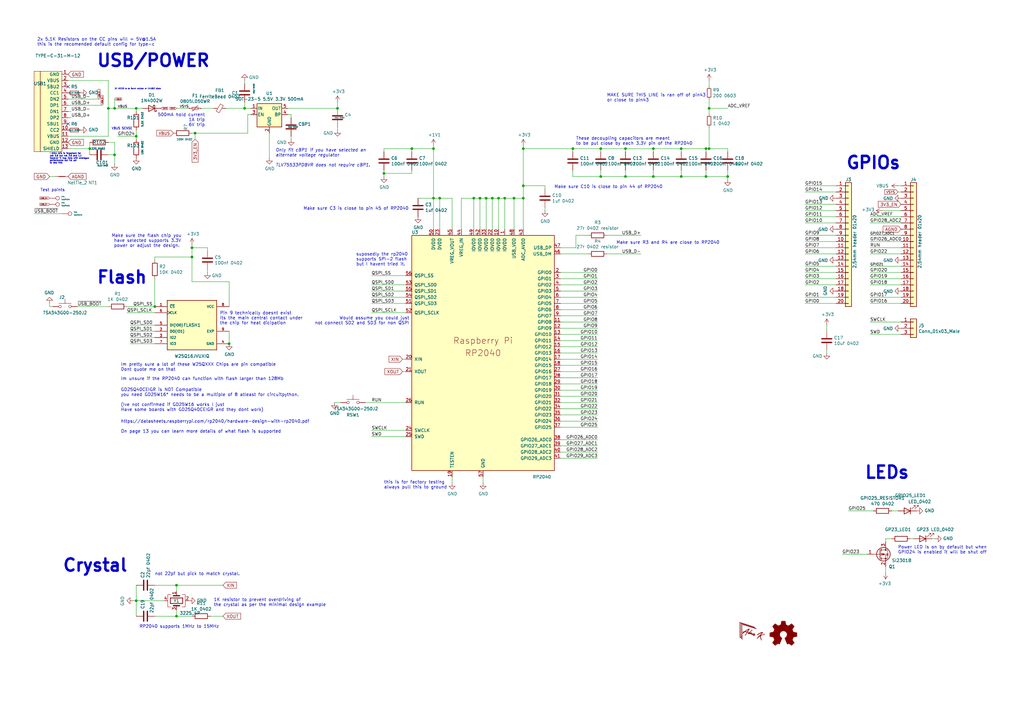
<source format=kicad_sch>
(kicad_sch (version 20211123) (generator eeschema)
  (paper "A3")
  (title_block (title "Raspberry Pi Pico Clone") (date "2020-12-18") (rev "REV1") (company "Envious.Design"))
  (junction (at 256.54 72.39))
  (junction (at 201.93 81.28))
  (junction (at 44.45 44.45))
  (junction (at 267.97 60.96))
  (junction (at 46.99 44.45))
  (junction (at 298.45 72.39))
  (junction (at 210.82 81.28))
  (junction (at 204.47 81.28))
  (junction (at 180.34 81.28))
  (junction (at 72.39 240.03))
  (junction (at 46.99 63.5))
  (junction (at 207.01 81.28))
  (junction (at 256.54 60.96))
  (junction (at 93.98 140.97))
  (junction (at 177.8 60.96))
  (junction (at 194.31 81.28))
  (junction (at 55.88 55.88))
  (junction (at 289.56 72.39))
  (junction (at 177.8 81.28))
  (junction (at 78.74 105.41))
  (junction (at 279.4 72.39))
  (junction (at 196.85 81.28))
  (junction (at 214.63 60.96))
  (junction (at 157.48 71.12))
  (junction (at 246.38 60.96))
  (junction (at 55.88 246.38))
  (junction (at 246.38 72.39))
  (junction (at 267.97 72.39))
  (junction (at 55.88 44.45))
  (junction (at 290.83 60.96))
  (junction (at 290.83 44.45))
  (junction (at 214.63 81.28))
  (junction (at 289.56 60.96))
  (junction (at 214.63 76.2))
  (junction (at 168.91 60.96))
  (junction (at 199.39 81.28))
  (junction (at 138.43 44.45))
  (junction (at 72.39 252.73))
  (junction (at 80.01 54.61))
  (junction (at 36.83 60.96))
  (junction (at 279.4 60.96))
  (junction (at 63.5 125.73))
  (junction (at 78.74 101.6))
  (junction (at 234.95 60.96))
  (junction (at 100.33 44.45))
  (no_connect (at 27.94 50.8))
  (no_connect (at 27.94 35.56))
  (wire (pts (xy 177.8 81.28) (xy 171.45 81.28)))
  (wire (pts (xy 342.9 86.36) (xy 330.2 86.36)))
  (wire (pts (xy 55.88 55.88) (xy 55.88 57.15)))
  (wire (pts (xy 27.94 43.18) (xy 41.91 43.18)))
  (wire (pts (xy 342.9 76.2) (xy 330.2 76.2)))
  (wire (pts (xy 374.65 220.98) (xy 373.38 220.98)))
  (wire (pts (xy 55.88 246.38) (xy 54.61 246.38)))
  (wire (pts (xy 214.63 81.28) (xy 214.63 93.98)))
  (wire (pts (xy 358.14 209.55) (xy 347.98 209.55)))
  (wire (pts (xy 290.83 60.96) (xy 290.83 52.07)))
  (wire (pts (xy 44.45 55.88) (xy 27.94 55.88)))
  (wire (pts (xy 138.43 41.91) (xy 138.43 44.45)))
  (wire (pts (xy 382.27 220.98) (xy 383.54 220.98)))
  (wire (pts (xy 93.98 125.73) (xy 93.98 115.57)))
  (wire (pts (xy 369.57 91.44) (xy 356.87 91.44)))
  (wire (pts (xy 229.87 121.92) (xy 245.11 121.92)))
  (wire (pts (xy 80.01 54.61) (xy 80.01 57.15)))
  (wire (pts (xy 21.59 125.73) (xy 20.32 125.73)))
  (wire (pts (xy 363.22 220.98) (xy 365.76 220.98)))
  (wire (pts (xy 13.97 87.63) (xy 25.4 87.63)))
  (wire (pts (xy 330.2 109.22) (xy 342.9 109.22)))
  (wire (pts (xy 72.39 240.03) (xy 91.44 240.03)))
  (wire (pts (xy 229.87 187.96) (xy 245.11 187.96)))
  (wire (pts (xy 369.57 78.74) (xy 368.3 78.74)))
  (wire (pts (xy 78.74 105.41) (xy 78.74 115.57)))
  (wire (pts (xy 78.74 115.57) (xy 93.98 115.57)))
  (wire (pts (xy 157.48 71.12) (xy 168.91 71.12)))
  (wire (pts (xy 214.63 60.96) (xy 214.63 76.2)))
  (wire (pts (xy 279.4 62.23) (xy 279.4 60.96)))
  (wire (pts (xy 229.87 167.64) (xy 245.11 167.64)))
  (wire (pts (xy 157.48 71.12) (xy 157.48 72.39)))
  (wire (pts (xy 236.22 96.52) (xy 236.22 101.6)))
  (wire (pts (xy 185.42 195.58) (xy 185.42 198.12)))
  (wire (pts (xy 267.97 60.96) (xy 279.4 60.96)))
  (wire (pts (xy 93.98 140.97) (xy 93.98 135.89)))
  (wire (pts (xy 342.9 88.9) (xy 330.2 88.9)))
  (wire (pts (xy 342.9 96.52) (xy 330.2 96.52)))
  (wire (pts (xy 119.38 48.26) (xy 119.38 46.99)))
  (wire (pts (xy 22.86 72.39) (xy 20.32 72.39)))
  (wire (pts (xy 185.42 93.98) (xy 185.42 81.28)))
  (wire (pts (xy 236.22 96.52) (xy 241.3 96.52)))
  (wire (pts (xy 44.45 44.45) (xy 44.45 55.88)))
  (wire (pts (xy 166.37 179.07) (xy 152.4 179.07)))
  (wire (pts (xy 185.42 81.28) (xy 180.34 81.28)))
  (wire (pts (xy 342.9 99.06) (xy 330.2 99.06)))
  (wire (pts (xy 165.1 147.32) (xy 166.37 147.32)))
  (wire (pts (xy 330.2 91.44) (xy 342.9 91.44)))
  (wire (pts (xy 166.37 128.27) (xy 152.4 128.27)))
  (wire (pts (xy 289.56 60.96) (xy 290.83 60.96)))
  (wire (pts (xy 100.33 44.45) (xy 102.87 44.45)))
  (wire (pts (xy 27.94 40.64) (xy 40.64 40.64)))
  (wire (pts (xy 36.83 60.96) (xy 36.83 58.42)))
  (wire (pts (xy 152.4 121.92) (xy 166.37 121.92)))
  (wire (pts (xy 279.4 60.96) (xy 289.56 60.96)))
  (wire (pts (xy 342.9 83.82) (xy 330.2 83.82)))
  (wire (pts (xy 52.07 125.73) (xy 63.5 125.73)))
  (wire (pts (xy 110.49 54.61) (xy 110.49 64.77)))
  (wire (pts (xy 229.87 104.14) (xy 241.3 104.14)))
  (wire (pts (xy 229.87 147.32) (xy 245.11 147.32)))
  (wire (pts (xy 223.52 85.09) (xy 223.52 86.36)))
  (wire (pts (xy 342.9 121.92) (xy 330.2 121.92)))
  (wire (pts (xy 189.23 81.28) (xy 194.31 81.28)))
  (wire (pts (xy 356.87 137.16) (xy 369.57 137.16)))
  (wire (pts (xy 214.63 76.2) (xy 223.52 76.2)))
  (wire (pts (xy 365.76 209.55) (xy 368.3 209.55)))
  (wire (pts (xy 194.31 93.98) (xy 194.31 81.28)))
  (wire (pts (xy 63.5 114.3) (xy 63.5 125.73)))
  (wire (pts (xy 55.88 252.73) (xy 55.88 246.38)))
  (wire (pts (xy 369.57 99.06) (xy 356.87 99.06)))
  (wire (pts (xy 342.9 124.46) (xy 330.2 124.46)))
  (wire (pts (xy 363.22 234.95) (xy 363.22 232.41)))
  (wire (pts (xy 229.87 139.7) (xy 245.11 139.7)))
  (wire (pts (xy 342.9 111.76) (xy 330.2 111.76)))
  (wire (pts (xy 246.38 72.39) (xy 256.54 72.39)))
  (wire (pts (xy 27.94 60.96) (xy 36.83 60.96)))
  (wire (pts (xy 356.87 101.6) (xy 369.57 101.6)))
  (wire (pts (xy 152.4 116.84) (xy 166.37 116.84)))
  (wire (pts (xy 256.54 69.85) (xy 256.54 72.39)))
  (wire (pts (xy 92.71 44.45) (xy 100.33 44.45)))
  (wire (pts (xy 229.87 162.56) (xy 245.11 162.56)))
  (wire (pts (xy 55.88 44.45) (xy 55.88 45.72)))
  (wire (pts (xy 157.48 69.85) (xy 157.48 71.12)))
  (wire (pts (xy 330.2 104.14) (xy 342.9 104.14)))
  (wire (pts (xy 369.57 114.3) (xy 356.87 114.3)))
  (wire (pts (xy 46.99 58.42) (xy 46.99 63.5)))
  (wire (pts (xy 78.74 100.33) (xy 78.74 101.6)))
  (wire (pts (xy 248.92 96.52) (xy 262.89 96.52)))
  (wire (pts (xy 229.87 129.54) (xy 245.11 129.54)))
  (wire (pts (xy 246.38 62.23) (xy 246.38 60.96)))
  (wire (pts (xy 63.5 106.68) (xy 63.5 105.41)))
  (wire (pts (xy 289.56 60.96) (xy 289.56 62.23)))
  (wire (pts (xy 194.31 81.28) (xy 196.85 81.28)))
  (wire (pts (xy 119.38 57.15) (xy 119.38 55.88)))
  (wire (pts (xy 27.94 45.72) (xy 29.21 45.72)))
  (wire (pts (xy 177.8 60.96) (xy 177.8 81.28)))
  (wire (pts (xy 229.87 134.62) (xy 245.11 134.62)))
  (wire (pts (xy 201.93 93.98) (xy 201.93 81.28)))
  (wire (pts (xy 101.6 46.99) (xy 102.87 46.99)))
  (wire (pts (xy 189.23 93.98) (xy 189.23 81.28)))
  (wire (pts (xy 157.48 60.96) (xy 168.91 60.96)))
  (wire (pts (xy 234.95 60.96) (xy 246.38 60.96)))
  (wire (pts (xy 246.38 60.96) (xy 256.54 60.96)))
  (wire (pts (xy 180.34 81.28) (xy 177.8 81.28)))
  (wire (pts (xy 229.87 111.76) (xy 245.11 111.76)))
  (wire (pts (xy 229.87 182.88) (xy 245.11 182.88)))
  (wire (pts (xy 267.97 62.23) (xy 267.97 60.96)))
  (wire (pts (xy 78.74 101.6) (xy 78.74 105.41)))
  (wire (pts (xy 246.38 72.39) (xy 246.38 69.85)))
  (wire (pts (xy 229.87 144.78) (xy 245.11 144.78)))
  (wire (pts (xy 267.97 72.39) (xy 256.54 72.39)))
  (wire (pts (xy 369.57 111.76) (xy 356.87 111.76)))
  (wire (pts (xy 210.82 93.98) (xy 210.82 81.28)))
  (wire (pts (xy 369.57 109.22) (xy 356.87 109.22)))
  (wire (pts (xy 168.91 60.96) (xy 177.8 60.96)))
  (wire (pts (xy 234.95 69.85) (xy 234.95 72.39)))
  (wire (pts (xy 63.5 240.03) (xy 72.39 240.03)))
  (wire (pts (xy 214.63 60.96) (xy 234.95 60.96)))
  (wire (pts (xy 234.95 62.23) (xy 234.95 60.96)))
  (wire (pts (xy 267.97 69.85) (xy 267.97 72.39)))
  (wire (pts (xy 229.87 124.46) (xy 245.11 124.46)))
  (wire (pts (xy 229.87 154.94) (xy 245.11 154.94)))
  (wire (pts (xy 100.33 41.91) (xy 100.33 44.45)))
  (wire (pts (xy 229.87 132.08) (xy 245.11 132.08)))
  (wire (pts (xy 100.33 34.29) (xy 100.33 33.02)))
  (wire (pts (xy 27.94 48.26) (xy 29.21 48.26)))
  (wire (pts (xy 339.09 133.35) (xy 339.09 135.89)))
  (wire (pts (xy 229.87 185.42) (xy 245.11 185.42)))
  (wire (pts (xy 342.9 114.3) (xy 330.2 114.3)))
  (wire (pts (xy 78.74 252.73) (xy 72.39 252.73)))
  (wire (pts (xy 46.99 44.45) (xy 55.88 44.45)))
  (wire (pts (xy 139.7 165.1) (xy 137.16 165.1)))
  (wire (pts (xy 229.87 149.86) (xy 245.11 149.86)))
  (wire (pts (xy 229.87 114.3) (xy 245.11 114.3)))
  (wire (pts (xy 27.94 33.02) (xy 44.45 33.02)))
  (wire (pts (xy 229.87 180.34) (xy 245.11 180.34)))
  (wire (pts (xy 149.86 165.1) (xy 166.37 165.1)))
  (wire (pts (xy 229.87 152.4) (xy 245.11 152.4)))
  (wire (pts (xy 199.39 81.28) (xy 201.93 81.28)))
  (wire (pts (xy 368.3 76.2) (xy 369.57 76.2)))
  (wire (pts (xy 55.88 53.34) (xy 55.88 55.88)))
  (wire (pts (xy 207.01 81.28) (xy 210.82 81.28)))
  (wire (pts (xy 63.5 133.35) (xy 53.34 133.35)))
  (wire (pts (xy 369.57 116.84) (xy 356.87 116.84)))
  (wire (pts (xy 199.39 93.98) (xy 199.39 81.28)))
  (wire (pts (xy 289.56 69.85) (xy 289.56 72.39)))
  (wire (pts (xy 234.95 72.39) (xy 246.38 72.39)))
  (wire (pts (xy 36.83 60.96) (xy 36.83 63.5)))
  (wire (pts (xy 52.07 128.27) (xy 63.5 128.27)))
  (wire (pts (xy 168.91 62.23) (xy 168.91 60.96)))
  (wire (pts (xy 298.45 73.66) (xy 298.45 72.39)))
  (wire (pts (xy 101.6 46.99) (xy 101.6 54.61)))
  (wire (pts (xy 342.9 101.6) (xy 330.2 101.6)))
  (wire (pts (xy 44.45 44.45) (xy 46.99 44.45)))
  (wire (pts (xy 196.85 81.28) (xy 199.39 81.28)))
  (wire (pts (xy 85.09 102.87) (xy 85.09 101.6)))
  (wire (pts (xy 72.39 252.73) (xy 72.39 250.19)))
  (wire (pts (xy 229.87 142.24) (xy 245.11 142.24)))
  (wire (pts (xy 48.26 55.88) (xy 55.88 55.88)))
  (wire (pts (xy 204.47 81.28) (xy 207.01 81.28)))
  (wire (pts (xy 229.87 119.38) (xy 245.11 119.38)))
  (wire (pts (xy 290.83 60.96) (xy 298.45 60.96)))
  (wire (pts (xy 198.12 195.58) (xy 198.12 198.12)))
  (wire (pts (xy 44.45 125.73) (xy 31.75 125.73)))
  (wire (pts (xy 279.4 69.85) (xy 279.4 72.39)))
  (wire (pts (xy 177.8 81.28) (xy 177.8 93.98)))
  (wire (pts (xy 223.52 77.47) (xy 223.52 76.2)))
  (wire (pts (xy 152.4 124.46) (xy 166.37 124.46)))
  (wire (pts (xy 72.39 252.73) (xy 63.5 252.73)))
  (wire (pts (xy 229.87 137.16) (xy 245.11 137.16)))
  (wire (pts (xy 44.45 58.42) (xy 46.99 58.42)))
  (wire (pts (xy 119.38 46.99) (xy 118.11 46.99)))
  (wire (pts (xy 80.01 54.61) (xy 101.6 54.61)))
  (wire (pts (xy 85.09 110.49) (xy 85.09 111.76)))
  (wire (pts (xy 85.09 101.6) (xy 78.74 101.6)))
  (wire (pts (xy 152.4 119.38) (xy 166.37 119.38)))
  (wire (pts (xy 229.87 116.84) (xy 245.11 116.84)))
  (wire (pts (xy 369.57 124.46) (xy 356.87 124.46)))
  (wire (pts (xy 290.83 44.45) (xy 290.83 46.99)))
  (wire (pts (xy 229.87 170.18) (xy 245.11 170.18)))
  (wire (pts (xy 361.95 86.36) (xy 369.57 86.36)))
  (wire (pts (xy 256.54 62.23) (xy 256.54 60.96)))
  (wire (pts (xy 72.39 44.45) (xy 77.47 44.45)))
  (wire (pts (xy 369.57 88.9) (xy 356.87 88.9)))
  (wire (pts (xy 363.22 222.25) (xy 363.22 220.98)))
  (wire (pts (xy 369.57 96.52) (xy 356.87 96.52)))
  (wire (pts (xy 229.87 175.26) (xy 245.11 175.26)))
  (wire (pts (xy 229.87 157.48) (xy 245.11 157.48)))
  (wire (pts (xy 166.37 113.03) (xy 152.4 113.03)))
  (wire (pts (xy 298.45 60.96) (xy 298.45 62.23)))
  (wire (pts (xy 214.63 59.69) (xy 214.63 60.96)))
  (wire (pts (xy 55.88 246.38) (xy 55.88 240.03)))
  (wire (pts (xy 290.83 33.02) (xy 290.83 35.56)))
  (wire (pts (xy 248.92 104.14) (xy 262.89 104.14)))
  (wire (pts (xy 204.47 93.98) (xy 204.47 81.28)))
  (wire (pts (xy 196.85 93.98) (xy 196.85 81.28)))
  (wire (pts (xy 177.8 59.69) (xy 177.8 60.96)))
  (wire (pts (xy 256.54 60.96) (xy 267.97 60.96)))
  (wire (pts (xy 201.93 81.28) (xy 204.47 81.28)))
  (wire (pts (xy 44.45 33.02) (xy 44.45 44.45)))
  (wire (pts (xy 55.88 246.38) (xy 67.31 246.38)))
  (wire (pts (xy 229.87 160.02) (xy 245.11 160.02)))
  (wire (pts (xy 290.83 40.64) (xy 290.83 44.45)))
  (wire (pts (xy 63.5 138.43) (xy 53.34 138.43)))
  (wire (pts (xy 72.39 242.57) (xy 72.39 240.03)))
  (wire (pts (xy 78.74 54.61) (xy 80.01 54.61)))
  (wire (pts (xy 289.56 72.39) (xy 298.45 72.39)))
  (wire (pts (xy 207.01 81.28) (xy 207.01 93.98)))
  (wire (pts (xy 157.48 62.23) (xy 157.48 60.96)))
  (wire (pts (xy 290.83 44.45) (xy 298.45 44.45)))
  (wire (pts (xy 369.57 121.92) (xy 356.87 121.92)))
  (wire (pts (xy 289.56 72.39) (xy 279.4 72.39)))
  (wire (pts (xy 369.57 132.08) (xy 356.87 132.08)))
  (wire (pts (xy 345.44 227.33) (xy 355.6 227.33)))
  (wire (pts (xy 214.63 76.2) (xy 214.63 81.28)))
  (wire (pts (xy 55.88 44.45) (xy 58.42 44.45)))
  (wire (pts (xy 210.82 81.28) (xy 214.63 81.28)))
  (wire (pts (xy 168.91 71.12) (xy 168.91 69.85)))
  (wire (pts (xy 229.87 127) (xy 245.11 127)))
  (wire (pts (xy 166.37 176.53) (xy 152.4 176.53)))
  (wire (pts (xy 229.87 172.72) (xy 245.11 172.72)))
  (wire (pts (xy 298.45 69.85) (xy 298.45 72.39)))
  (wire (pts (xy 342.9 116.84) (xy 330.2 116.84)))
  (wire (pts (xy 279.4 72.39) (xy 267.97 72.39)))
  (wire (pts (xy 86.36 252.73) (xy 91.44 252.73)))
  (wire (pts (xy 20.32 125.73) (xy 20.32 124.46)))
  (wire (pts (xy 369.57 104.14) (xy 356.87 104.14)))
  (wire (pts (xy 166.37 152.4) (xy 165.1 152.4)))
  (wire (pts (xy 339.09 143.51) (xy 339.09 144.78)))
  (wire (pts (xy 63.5 140.97) (xy 53.34 140.97)))
  (wire (pts (xy 82.55 44.45) (xy 87.63 44.45)))
  (wire (pts (xy 342.9 78.74) (xy 330.2 78.74)))
  (wire (pts (xy 46.99 44.45) (xy 46.99 40.64)))
  (wire (pts (xy 46.99 63.5) (xy 46.99 67.31)))
  (wire (pts (xy 138.43 52.07) (xy 138.43 53.34)))
  (wire (pts (xy 229.87 101.6) (xy 236.22 101.6)))
  (wire (pts (xy 229.87 165.1) (xy 245.11 165.1)))
  (wire (pts (xy 63.5 105.41) (xy 78.74 105.41)))
  (wire (pts (xy 180.34 93.98) (xy 180.34 81.28)))
  (wire (pts (xy 53.34 135.89) (xy 63.5 135.89)))
  (wire (pts (xy 118.11 44.45) (xy 138.43 44.45)))
  (wire (pts (xy 44.45 63.5) (xy 46.99 63.5)))
  (text "Power LED is on by default but when\nGPIO24 is enabled it will be shut off" (at 368.3 227.33 0) (effects (font (size 1.27 1.27)) (justify left bottom)))
  (text "GPIOs" (at 346.71 69.85 0) (effects (font (size 5.0038 5.0038) (thickness 1.0008) bold) (justify left bottom)))
  (text "USB/POWER" (at 39.37 27.94 0) (effects (font (size 5.0038 5.0038) (thickness 1.0008) bold) (justify left bottom)))
  (text "GD25Q40CEIGR is NOT Compatible\nyou need GD25W16* needs to be a multiple of 8 atleast for circuitpython.\n\n(Ive not confirmed if GD25W16 works I just \nHave some boards with GD25Q40CEIGR and they dont work)" (at 49.53 168.91 0) (effects (font (size 1.27 1.27)) (justify left bottom)))
  (text "D1 NEEDS to be 0omh resistor or 1N4002 diode" (at 46.99 36.83 0) (effects (font (size 0.508 0.508)) (justify left bottom)))
  (text "https://datasheets.raspberrypi.com/rp2040/hardware-design-with-rp2040.pdf\n\nOn page 13 you can learn more details of what flash is supported\n" (at 49.53 177.8 0) (effects (font (size 1.27 1.27)) (justify left bottom)))
  (text "Only fit cBP1 if you have selected an \nalternate voltage regulator\n\nTLV75533PDBVR does not require cBP1." (at 113.03 68.58 0) (effects (font (size 1.27 1.27) italic) (justify left bottom)))
  (text "Pin 9 technically doesnt exist\nits the main central contact under\nthe chip for heat dicipation" (at 90.17 133.35 0) (effects (font (size 1.27 1.27)) (justify left bottom)))
  (text "Make sure R3 and R4 are close to RP2040" (at 252.73 100.33 0) (effects (font (size 1.27 1.27)) (justify left bottom)))
  (text "this is for factory testing\nalways pull this to ground" (at 157.48 200.66 0) (effects (font (size 1.27 1.27)) (justify left bottom)))
  (text "Im unsure if the RP2040 can function with flash larger than 128Mb" (at 49.53 156.21 0) (effects (font (size 1.27 1.27)) (justify left bottom)))
  (text "Would assume you could just\nnot connect SD2 and SD3 for non QSPI" (at 167.894 133.35 0) (effects (font (size 1.27 1.27)) (justify right bottom)))
  (text "These decoupling capacitors are meant\nto be put close by each 3.3V pin of the RP2040" (at 236.22 59.69 0) (effects (font (size 1.27 1.27)) (justify left bottom)))
  (text "Flash" (at 39.37 116.84 0) (effects (font (size 5.0038 5.0038) (thickness 1.0008) bold) (justify left bottom)))
  (text "Im pretty sure a lot of these W25QXXX Chips are pin compatible\nDont quote me on that" (at 49.53 152.4 0) (effects (font (size 1.27 1.27)) (justify left bottom)))
  (text "not 22pf but pick to match crystal." (at 63.5 236.22 0) (effects (font (size 1.27 1.27)) (justify left bottom)))
  (text "VBUS SENSE" (at 45.72 53.34 0) (effects (font (size 0.9 0.9)) (justify left bottom)))
  (text "2x 5.1K Resistors on the CC pins will = 5V@1.5A\nthis is the recomended default config for type-c" (at 15.24 19.05 0) (effects (font (size 1.27 1.27)) (justify left bottom)))
  (text "suposedly the rp2040\nsupports SPI-2 flash\nbut I havent tried it.\n" (at 146.05 109.22 0) (effects (font (size 1.27 1.27)) (justify left bottom)))
  (text "Test points" (at 16.51 78.74 0) (effects (font (size 1.1938 1.1938)) (justify left bottom)))
  (text "1K resistor to prevent overdriving of \nthe crystal as per the minimal design example" (at 87.63 248.92 0) (effects (font (size 1.27 1.27)) (justify left bottom)))
  (text "LEDs" (at 354.33 196.85 0) (effects (font (size 5.0038 5.0038) (thickness 1.0008) bold) (justify left bottom)))
  (text "RP2040 supports 1MHz to 15MHz" (at 57.15 257.81 0) (effects (font (size 1.27 1.27)) (justify left bottom)))
  (text "I think this is important for \nusb 3.0 but not 2.0 and 1.1\nhowever it may help with analogue\nperformance but ive yet\nto test this" (at 20.32 67.31 0) (effects (font (size 0.6 0.6)) (justify left bottom)))
  (text "Make sure the flash chip you\n have selected supports 3.3V\n power or adjust the design." (at 45.72 101.6 0) (effects (font (size 1.27 1.27)) (justify left bottom)))
  (text "MAKE SURE THIS LINE is ran off of pin43\nor close to pin43" (at 248.92 41.91 0) (effects (font (size 1.27 1.27)) (justify left bottom)))
  (text "Crystal" (at 25.4 234.95 0) (effects (font (size 5.0038 5.0038) (thickness 1.0008) bold) (justify left bottom)))
  (text "500mA hold current\n1A trip\n6V trip" (at 84.074 52.07 180) (effects (font (size 1.27 1.27)) (justify right bottom)))
  (text "Make sure C3 is close to pin 45 of RP2040" (at 167.64 86.36 180) (effects (font (size 1.27 1.27)) (justify right bottom)))
  (text "Make sure C10 is close to pin 44 of RP2040" (at 227.33 77.47 0) (effects (font (size 1.27 1.27)) (justify left bottom)))
  (label "GPIO0" (at 330.2 124.46 0))
  (label "GPIO11" (at 245.11 139.7 180))
  (label "ADC_VREF" (at 356.87 88.9 0))
  (label "GPIO9" (at 245.11 134.62 180))
  (label "GPIO5" (at 330.2 109.22 0))
  (label "GPIO24" (at 48.26 55.88 0))
  (label "GPIO17" (at 356.87 121.92 0))
  (label "GPIO2" (at 330.2 116.84 0))
  (label "GPIO27_ADC1" (at 245.11 182.88 180))
  (label "GPIO26_ADC0" (at 356.87 99.06 0))
  (label "QSPI_SS" (at 152.4 113.03 0))
  (label "GPIO3" (at 245.11 119.38 180))
  (label "QSPI_SD1" (at 53.34 135.89 0))
  (label "GPIO28_ADC2" (at 356.87 91.44 0))
  (label "ADC_VREF" (at 298.45 44.45 0))
  (label "GPIO2" (at 245.11 116.84 180))
  (label "USB_D-" (at 29.21 40.64 0))
  (label "GPIO1" (at 330.2 121.92 0))
  (label "GPIO6" (at 245.11 127 180))
  (label "GPIO16" (at 356.87 124.46 0))
  (label "GPIO7" (at 330.2 101.6 0))
  (label "GPIO15" (at 330.2 76.2 0))
  (label "GPIO28_ADC2" (at 245.11 185.42 180))
  (label "QSPI_SD3" (at 152.4 124.46 0))
  (label "GPIO8" (at 245.11 132.08 180))
  (label "GPIO13" (at 330.2 83.82 0))
  (label "SWCLK" (at 152.4 176.53 0))
  (label "~{USB_BOOT}" (at 31.75 125.73 0))
  (label "GPIO26_ADC0" (at 245.11 180.34 180))
  (label "VBUS" (at 48.26 44.45 0) (effects (font (size 0.9906 0.9906))))
  (label "GPIO0" (at 245.11 111.76 180))
  (label "GPIO9" (at 330.2 96.52 0))
  (label "VSYS" (at 73.66 44.45 0) (effects (font (size 0.9906 0.9906))))
  (label "GPIO20" (at 245.11 162.56 180))
  (label "GPIO6" (at 330.2 104.14 0))
  (label "GPIO14" (at 245.11 147.32 180))
  (label "GPIO22" (at 356.87 104.14 0))
  (label "USB_D-" (at 29.21 45.72 0))
  (label "SWD" (at 356.87 137.16 0))
  (label "QSPI_SD0" (at 53.34 133.35 0))
  (label "GPIO19" (at 356.87 114.3 0))
  (label "GPIO18" (at 356.87 116.84 0))
  (label "GPIO4" (at 330.2 111.76 0))
  (label "USB_D-" (at 262.89 104.14 180))
  (label "GPIO7" (at 245.11 129.54 180))
  (label "GPIO17" (at 245.11 154.94 180))
  (label "QSPI_SS" (at 54.61 125.73 0))
  (label "GPIO22" (at 245.11 167.64 180))
  (label "RUN" (at 152.4 165.1 0))
  (label "QSPI_SD0" (at 152.4 116.84 0))
  (label "USB_D+" (at 29.21 43.18 0))
  (label "SWD" (at 152.4 179.07 0))
  (label "GPIO23" (at 345.44 227.33 0))
  (label "GPIO10" (at 330.2 91.44 0))
  (label "GPIO23" (at 245.11 170.18 180))
  (label "GPIO15" (at 245.11 149.86 180))
  (label "~{USB_BOOT}" (at 13.97 87.63 0))
  (label "QSPI_SCLK" (at 52.07 128.27 0))
  (label "GPIO25" (at 347.98 209.55 0))
  (label "USB_D+" (at 29.21 48.26 0))
  (label "RUN" (at 356.87 101.6 0))
  (label "GPIO13" (at 245.11 144.78 180))
  (label "SWCLK" (at 356.87 132.08 0))
  (label "GPIO19" (at 245.11 160.02 180))
  (label "GPIO10" (at 245.11 137.16 180))
  (label "USB_D+" (at 262.89 96.52 180))
  (label "QSPI_SD3" (at 53.34 140.97 0))
  (label "GPIO27_ADC1" (at 356.87 96.52 0) (effects (font (size 0.9906 0.9906))))
  (label "GPIO12" (at 330.2 86.36 0))
  (label "GPIO8" (at 330.2 99.06 0))
  (label "GPIO14" (at 330.2 78.74 0))
  (label "QSPI_SD1" (at 152.4 119.38 0))
  (label "QSPI_SCLK" (at 152.4 128.27 0))
  (label "GPIO16" (at 245.11 152.4 180))
  (label "GPIO29_ADC3" (at 245.11 187.96 180))
  (label "GPIO11" (at 330.2 88.9 0))
  (label "GPIO18" (at 245.11 157.48 180))
  (label "QSPI_SD2" (at 152.4 121.92 0))
  (label "QSPI_SD2" (at 53.34 138.43 0))
  (label "GPIO12" (at 245.11 142.24 180))
  (label "GPIO5" (at 245.11 124.46 180))
  (label "GPIO21" (at 356.87 109.22 0) (effects (font (size 0.9906 0.9906))))
  (label "GPIO20" (at 356.87 111.76 0))
  (label "GPIO1" (at 245.11 114.3 180))
  (label "GPIO21" (at 245.11 165.1 180))
  (label "GPIO24" (at 245.11 172.72 180))
  (label "GPIO3" (at 330.2 114.3 0))
  (label "GPIO25" (at 245.11 175.26 180))
  (label "GPIO4" (at 245.11 121.92 180))
  (global_label "USB_D+" (shape input) (at 20.32 81.28 180) (effects (font (size 0.508 0.508))) (property "Intersheet References" "${INTERSHEET_REFS}" (effects hide)))
  (global_label "GND" (shape input) (at 27.94 58.42 0) (property "Intersheet References" "${INTERSHEET_REFS}" (effects hide)))
  (global_label "XIN" (shape input) (at 165.1 147.32 180) (property "Intersheet References" "${INTERSHEET_REFS}" (effects hide)))
  (global_label "AGND" (shape input) (at 369.57 93.98 180) (property "Intersheet References" "${INTERSHEET_REFS}" (effects hide)))
  (global_label "GND" (shape input) (at 27.94 30.48 0) (property "Intersheet References" "${INTERSHEET_REFS}" (effects hide)))
  (global_label "GND" (shape input) (at 20.32 72.39 180) (property "Intersheet References" "${INTERSHEET_REFS}" (effects hide)))
  (global_label "USB_D-" (shape input) (at 20.32 83.82 180) (effects (font (size 0.508 0.508))) (property "Intersheet References" "${INTERSHEET_REFS}" (effects hide)))
  (global_label "VSYS" (shape input) (at 66.04 44.45 0) (effects (font (size 0.508 0.508))) (property "Intersheet References" "${INTERSHEET_REFS}" (effects hide)))
  (global_label "AGND" (shape input) (at 27.94 72.39 0) (property "Intersheet References" "${INTERSHEET_REFS}" (effects hide)))
  (global_label "VSYS" (shape input) (at 72.39 44.45 180) (effects (font (size 0.508 0.508))) (property "Intersheet References" "${INTERSHEET_REFS}" (effects hide)))
  (global_label "XIN" (shape input) (at 91.44 240.03 0) (property "Intersheet References" "${INTERSHEET_REFS}" (effects hide)))
  (global_label "USB_D+" (shape input) (at 41.91 43.18 90) (effects (font (size 0.508 0.508))) (property "Intersheet References" "${INTERSHEET_REFS}" (effects hide)))
  (global_label "3V3_EN" (shape input) (at 80.01 57.15 270) (property "Intersheet References" "${INTERSHEET_REFS}" (effects hide)))
  (global_label "USB_D-" (shape input) (at 40.64 40.64 90) (effects (font (size 0.508 0.508))) (property "Intersheet References" "${INTERSHEET_REFS}" (effects hide)))
  (global_label "VBUS" (shape input) (at 71.12 54.61 180) (effects (font (size 1.1938 1.1938))) (property "Intersheet References" "${INTERSHEET_REFS}" (effects hide)))
  (global_label "3V3_EN" (shape input) (at 369.57 83.82 180) (property "Intersheet References" "${INTERSHEET_REFS}" (effects hide)))
  (global_label "XOUT" (shape input) (at 91.44 252.73 0) (property "Intersheet References" "${INTERSHEET_REFS}" (effects hide)))
  (global_label "VBUS" (shape input) (at 46.99 40.64 0) (effects (font (size 0.508 0.508))) (property "Intersheet References" "${INTERSHEET_REFS}" (effects hide)))
  (global_label "XOUT" (shape input) (at 165.1 152.4 180) (property "Intersheet References" "${INTERSHEET_REFS}" (effects hide)))
  (global_label "VSYS" (shape input) (at 368.3 78.74 180) (effects (font (size 0.9906 0.9906))) (property "Intersheet References" "${INTERSHEET_REFS}" (effects hide)))
  (symbol (lib_id "MCU_RaspberryPi_RP2040:RP2040") (at 198.12 144.78 0) (unit 1)
    (property "Reference" "U3" (at 170.18 95.25 0))
    (property "Value" "RP2040" (at 222.25 195.58 0))
    (property "Footprint" "RP2040_minimal:RP2040-QFN-56" (effects hide))
    (property "LCSC" " C2040" (effects hide))
  )
  (symbol (lib_id "Device:C") (at 59.69 240.03 90) (unit 1)
    (property "Reference" "C2" (at 58.5216 237.109 0) (effects (justify left)))
    (property "Value" "22pf 0402" (at 60.833 237.109 0) (effects (justify left)))
    (property "Footprint" "Capacitor_SMD:C_0402_1005Metric" (effects hide))
    (property "LCSC" " " (effects hide))
  )
  (symbol (lib_id "power:+3V3") (at 78.74 100.33 0) (unit 1)
    (property "Reference" "#PWR07" (effects hide))
    (property "Value" "+3V3" (at 79.121 95.9358 0))
  )
  (symbol (lib_id "Device:R") (at 63.5 110.49 0) (unit 1)
    (property "Reference" "R2" (at 65.278 109.3216 0) (effects (justify left)))
    (property "Value" "10K 0402" (at 65.278 111.633 0) (effects (justify left)))
    (property "Footprint" "Resistor_SMD:R_0402_1005Metric" (effects hide))
    (property "LCSC" "  " (effects hide))
  )
  (symbol (lib_id "Device:R") (at 48.26 125.73 270) (unit 1)
    (property "Reference" "R1" (at 48.26 120.4722 90))
    (property "Value" "1K 0402" (at 48.26 122.7836 90))
    (property "Footprint" "Resistor_SMD:R_0402_1005Metric" (effects hide))
    (property "LCSC" " " (effects hide))
  )
  (symbol (lib_id "Device:C") (at 85.09 106.68 0) (unit 1)
    (property "Reference" "C5" (at 88.011 105.5116 0) (effects (justify left)))
    (property "Value" "100nf 0402" (at 88.011 107.823 0) (effects (justify left)))
    (property "Footprint" "Capacitor_SMD:C_0402_1005Metric" (effects hide))
    (property "LCSC" " " (effects hide))
  )
  (symbol (lib_id "power:GND") (at 85.09 111.76 0) (unit 1)
    (property "Reference" "#PWR011" (effects hide))
    (property "Value" "GND" (at 88.9 113.03 0))
  )
  (symbol (lib_id "Type-C:HRO-TYPE-C-31-M-12") (at 25.4 44.45 0) (unit 1)
    (property "Reference" "USB1" (at 19.05 34.29 0) (effects (justify right)))
    (property "Value" "TYPE-C-31-M-12" (at 33.02 22.86 0) (effects (justify right)))
    (property "Footprint" "HRO-TYPE-C31-M-12:HRO-TYPE-C-31-M-12" (effects hide))
    (property "LCSC" "C165948" (effects hide))
  )
  (symbol (lib_id "power:GND") (at 198.12 198.12 0) (unit 1)
    (property "Reference" "#PWR016" (effects hide))
    (property "Value" "GND" (at 198.247 202.5142 0))
  )
  (symbol (lib_id "power:GND") (at 185.42 198.12 0) (unit 1)
    (property "Reference" "#PWR015" (effects hide))
    (property "Value" "GND" (at 185.547 202.5142 0))
  )
  (symbol (lib_id "Device:R") (at 245.11 96.52 270) (unit 1)
    (property "Reference" "R3" (at 245.11 91.2622 90))
    (property "Value" "27r 0402 resistor" (at 245.11 93.5736 90))
    (property "Footprint" "Resistor_SMD:R_0402_1005Metric" (effects hide))
    (property "LCSC" " " (effects hide))
  )
  (symbol (lib_id "Device:R") (at 245.11 104.14 270) (unit 1)
    (property "Reference" "R4" (at 245.11 98.8822 90))
    (property "Value" "27r 0402 resistor" (at 245.11 101.1936 90))
    (property "Footprint" "Resistor_SMD:R_0402_1005Metric" (effects hide))
    (property "LCSC" " " (effects hide))
  )
  (symbol (lib_id "power:GND") (at 342.9 119.38 270) (mirror x) (unit 1)
    (property "Reference" "#PWR020" (effects hide))
    (property "Value" "GND" (at 338.5058 119.253 0))
  )
  (symbol (lib_id "power:+3V3") (at 214.63 59.69 0) (unit 1)
    (property "Reference" "#PWR017" (effects hide))
    (property "Value" "+3V3" (at 215.011 55.2958 0))
  )
  (symbol (lib_id "power:+1V1") (at 177.8 59.69 0) (unit 1)
    (property "Reference" "#PWR014" (effects hide))
    (property "Value" "+1V1" (at 178.181 55.2958 0))
  )
  (symbol (lib_id "Device:C") (at 234.95 66.04 0) (unit 1)
    (property "Reference" "C11" (at 237.871 64.8716 0) (effects (justify left)))
    (property "Value" "100nf 0402" (at 237.871 67.183 0) (effects (justify left)))
    (property "Footprint" "Capacitor_SMD:C_0402_1005Metric" (effects hide))
    (property "LCSC" " " (effects hide))
  )
  (symbol (lib_id "Device:C") (at 157.48 66.04 0) (unit 1)
    (property "Reference" "C6" (at 160.401 64.8716 0) (effects (justify left)))
    (property "Value" "100nf 0402" (at 160.401 67.183 0) (effects (justify left)))
    (property "Footprint" "Capacitor_SMD:C_0402_1005Metric" (effects hide))
    (property "LCSC" " " (effects hide))
  )
  (symbol (lib_id "Device:C") (at 168.91 66.04 0) (unit 1)
    (property "Reference" "C7" (at 171.831 64.8716 0) (effects (justify left)))
    (property "Value" "100nf 0402" (at 171.831 67.183 0) (effects (justify left)))
    (property "Footprint" "Capacitor_SMD:C_0402_1005Metric" (effects hide))
    (property "LCSC" " " (effects hide))
  )
  (symbol (lib_id "Device:C") (at 223.52 81.28 0) (unit 1)
    (property "Reference" "C10" (at 226.441 80.1116 0) (effects (justify left)))
    (property "Value" "1uf 0402" (at 226.441 82.423 0) (effects (justify left)))
    (property "Footprint" "Capacitor_SMD:C_0402_1005Metric" (effects hide))
    (property "LCSC" " " (effects hide))
  )
  (symbol (lib_id "power:GND") (at 157.48 72.39 0) (unit 1)
    (property "Reference" "#PWR012" (effects hide))
    (property "Value" "GND" (at 157.607 76.7842 0))
  )
  (symbol (lib_id "power:GND") (at 223.52 86.36 0) (unit 1)
    (property "Reference" "#PWR018" (effects hide))
    (property "Value" "GND" (at 223.647 90.7542 0))
  )
  (symbol (lib_id "power:VBUS") (at 368.3 76.2 90) (unit 1)
    (property "Reference" "#PWR03" (effects hide))
    (property "Value" "VBUS" (at 361.95 76.2 90))
  )
  (symbol (lib_id "power:+3V3") (at 138.43 41.91 0) (unit 1)
    (property "Reference" "#PWR09" (effects hide))
    (property "Value" "+3V3" (at 138.811 37.5158 0))
  )
  (symbol (lib_id "Device:C") (at 100.33 38.1 180) (unit 1)
    (property "Reference" "C1" (at 97.79 38.1 0) (effects (justify left)))
    (property "Value" "10uf 0402" (at 104.14 34.29 90) (effects (font (size 0.508 0.508)) (justify left)))
    (property "Footprint" "Capacitor_SMD:C_0402_1005Metric" (effects hide))
    (property "LCSC" " " (effects hide))
  )
  (symbol (lib_id "power:GND") (at 100.33 33.02 180) (unit 1)
    (property "Reference" "#PWR04" (effects hide))
    (property "Value" "GND" (at 104.14 31.75 0))
  )
  (symbol (lib_id "power:+3V3") (at 339.09 133.35 0) (unit 1)
    (property "Reference" "#PWR024" (effects hide))
    (property "Value" "+3V3" (at 339.471 128.9558 0))
  )
  (symbol (lib_id "Device:C") (at 339.09 139.7 0) (unit 1)
    (property "Reference" "C17" (at 342.011 138.5316 0) (effects (justify left)))
    (property "Value" "10uf 0402" (at 342.011 140.843 0) (effects (justify left)))
    (property "Footprint" "Capacitor_SMD:C_0402_1005Metric" (effects hide))
    (property "LCSC" " " (effects hide))
  )
  (symbol (lib_id "power:GND") (at 339.09 144.78 0) (unit 1)
    (property "Reference" "#PWR025" (effects hide))
    (property "Value" "GND" (at 335.28 146.05 0))
  )
  (symbol (lib_id "Switch:SW_Push") (at 26.67 125.73 0) (mirror y) (unit 1)
    (property "Reference" "J2" (at 25.4 121.92 0))
    (property "Value" "TSA343G00-250J2" (at 26.67 128.27 0))
    (property "Footprint" "Button_Switch_SMD:SW_Push_SPST_NO_Alps_SKRK" (effects hide))
    (property "LCSC" " " (effects hide))
  )
  (symbol (lib_id "power:GND") (at 20.32 124.46 180) (unit 1)
    (property "Reference" "#PWR02" (effects hide))
    (property "Value" "GND" (at 20.193 120.0658 0))
  )
  (symbol (lib_id "Connector_Generic:Conn_01x20") (at 374.65 99.06 0) (unit 1)
    (property "Reference" "J4" (at 374.65 73.66 0))
    (property "Value" "2.54mm header 01x20" (at 377.19 99.06 90))
    (property "Footprint" "Connector_PinHeader_2.54mm:PinHeader_1x20_P2.54mm_Vertical" (effects hide))
    (property "LCSC" " " (effects hide))
  )
  (symbol (lib_id "Connector_Generic:Conn_01x20") (at 347.98 99.06 0) (unit 1)
    (property "Reference" "J3" (at 347.98 73.66 0))
    (property "Value" "2.54mm header 01x20" (at 350.52 99.06 90))
    (property "Footprint" "Connector_PinHeader_2.54mm:PinHeader_1x20_P2.54mm_Vertical" (effects hide))
    (property "LCSC" " " (effects hide))
  )
  (symbol (lib_id "logo:LOGO") (at 308.61 259.08 0) (unit 1)
    (property "Reference" "#G1" (effects hide))
    (property "Value" "LOGO" (effects hide))
    (property "Footprint" "EnvExtras:logo" (effects hide))
  )
  (symbol (lib_id "power:GND") (at 171.45 88.9 0) (unit 1)
    (property "Reference" "#PWR06" (effects hide))
    (property "Value" "GND" (at 171.577 93.2942 0))
  )
  (symbol (lib_id "Device:C") (at 171.45 85.09 0) (unit 1)
    (property "Reference" "C3" (at 174.371 83.9216 0) (effects (justify left)))
    (property "Value" "1uf 0402" (at 174.371 86.233 0) (effects (justify left)))
    (property "Footprint" "Capacitor_SMD:C_0402_1005Metric" (effects hide))
    (property "LCSC" " " (effects hide))
  )
  (symbol (lib_id "Graphic:Logo_Open_Hardware_Small") (at 321.31 260.35 0) (unit 1)
    (property "Reference" "#LOGO1" (effects hide))
    (property "Value" "Logo_Open_Hardware_Small" (effects hide))
    (property "Footprint" "EnvExtras:logo" (effects hide))
  )
  (symbol (lib_id "Device:R") (at 74.93 54.61 270) (unit 1)
    (property "Reference" "R7" (at 76.2 50.8 0) (effects (justify left)))
    (property "Value" "100K 0402" (at 72.39 57.15 90) (effects (font (size 0.762 0.762)) (justify left)))
    (property "Footprint" "Resistor_SMD:R_0402_1005Metric" (effects hide))
    (property "LCSC" " " (effects hide))
  )
  (symbol (lib_id "power:GND") (at 93.98 140.97 0) (unit 1)
    (property "Reference" "#PWR0101" (effects hide))
    (property "Value" "GND" (at 94.107 145.3642 0))
  )
  (symbol (lib_id "Device:C") (at 246.38 66.04 0) (unit 1)
    (property "Reference" "C8" (at 249.301 64.8716 0) (effects (justify left)))
    (property "Value" "100nf 0402" (at 249.301 67.183 0) (effects (justify left)))
    (property "Footprint" "Capacitor_SMD:C_0402_1005Metric" (effects hide))
    (property "LCSC" " " (effects hide))
  )
  (symbol (lib_id "W25Q256JVEIQ_TR:W25Q256JVEIQ_TR") (at 78.74 133.35 0) (unit 1)
    (property "Reference" "FLASH1" (at 78.74 133.35 0))
    (property "Value" "W25Q16JVUXIQ" (at 78.74 146.05 0))
    (property "Footprint" "Package_SON:SON-8-1EP_3x2mm_P0.5mm_EP1.4x1.6mm" (effects hide))
    (property "LCSC" "  " (effects hide))
  )
  (symbol (lib_id "Device:C") (at 279.4 66.04 0) (unit 1)
    (property "Reference" "C15" (at 282.321 64.8716 0) (effects (justify left)))
    (property "Value" "100nf 0402" (at 282.321 67.183 0) (effects (justify left)))
    (property "Footprint" "Capacitor_SMD:C_0402_1005Metric" (effects hide))
    (property "LCSC" " " (effects hide))
  )
  (symbol (lib_id "Device:C") (at 267.97 66.04 0) (unit 1)
    (property "Reference" "C14" (at 270.891 64.8716 0) (effects (justify left)))
    (property "Value" "100nf 0402" (at 270.891 67.183 0) (effects (justify left)))
    (property "Footprint" "Capacitor_SMD:C_0402_1005Metric" (effects hide))
    (property "LCSC" " " (effects hide))
  )
  (symbol (lib_id "Device:C") (at 256.54 66.04 0) (unit 1)
    (property "Reference" "C13" (at 259.461 64.8716 0) (effects (justify left)))
    (property "Value" "100nf 0402" (at 259.461 67.183 0) (effects (justify left)))
    (property "Footprint" "Capacitor_SMD:C_0402_1005Metric" (effects hide))
    (property "LCSC" " " (effects hide))
  )
  (symbol (lib_id "power:GND") (at 298.45 73.66 0) (unit 1)
    (property "Reference" "#PWR08" (effects hide))
    (property "Value" "GND" (at 298.577 78.0542 0))
  )
  (symbol (lib_id "Device:R_Small") (at 30.48 53.34 270) (unit 1)
    (property "Reference" "R6" (at 30.48 50.8 90))
    (property "Value" "5.1K 0402" (at 30.48 53.34 90) (effects (font (size 0.508 0.508))))
    (property "Footprint" "Resistor_SMD:R_0402_1005Metric" (effects hide))
    (property "LCSC" " " (effects hide))
  )
  (symbol (lib_id "Device:R_Small") (at 30.48 38.1 270) (unit 1)
    (property "Reference" "R5" (at 30.48 35.56 90))
    (property "Value" "5.1K 0402" (at 30.48 38.1 90) (effects (font (size 0.508 0.508))))
    (property "Footprint" "Resistor_SMD:R_0402_1005Metric" (effects hide))
    (property "LCSC" " " (effects hide))
  )
  (symbol (lib_id "power:GND") (at 33.02 38.1 90) (unit 1)
    (property "Reference" "#PWR0108" (effects hide))
    (property "Value" "GND" (at 36.2712 37.973 90) (effects (justify right)))
  )
  (symbol (lib_id "power:GND") (at 33.02 53.34 90) (unit 1)
    (property "Reference" "#PWR0109" (effects hide))
    (property "Value" "GND" (at 36.2712 53.213 90) (effects (justify right)))
  )
  (symbol (lib_id "power:GND") (at 54.61 246.38 270) (unit 1)
    (property "Reference" "#PWR0107" (effects hide))
    (property "Value" "GND" (at 50.2158 246.507 0))
  )
  (symbol (lib_id "power:GND") (at 342.9 81.28 270) (unit 1)
    (property "Reference" "#PWR0102" (effects hide))
    (property "Value" "GND" (at 337.82 81.28 90))
  )
  (symbol (lib_id "power:GND") (at 342.9 93.98 270) (unit 1)
    (property "Reference" "#PWR0103" (effects hide))
    (property "Value" "GND" (at 339.6488 94.107 90) (effects (justify right)))
  )
  (symbol (lib_id "power:GND") (at 342.9 106.68 270) (unit 1)
    (property "Reference" "#PWR0104" (effects hide))
    (property "Value" "GND" (at 339.6488 106.807 90) (effects (justify right)))
  )
  (symbol (lib_id "power:+3V3") (at 361.95 86.36 90) (unit 1)
    (property "Reference" "#PWR029" (effects hide))
    (property "Value" "+3V3" (at 358.6988 85.979 90) (effects (justify left)))
  )
  (symbol (lib_id "power:GND") (at 369.57 106.68 270) (unit 1)
    (property "Reference" "#PWR031" (effects hide))
    (property "Value" "GND" (at 366.3188 106.807 90) (effects (justify right)))
  )
  (symbol (lib_id "power:GND") (at 369.57 119.38 270) (unit 1)
    (property "Reference" "#PWR032" (effects hide))
    (property "Value" "GND" (at 366.3188 119.507 90) (effects (justify right)))
  )
  (symbol (lib_id "Device:R") (at 361.95 209.55 270) (unit 1)
    (property "Reference" "GPIO25_RESISTOR1" (at 361.95 204.2922 90))
    (property "Value" "470 0402" (at 361.95 206.6036 90))
    (property "Footprint" "Resistor_SMD:R_0402_1005Metric" (effects hide))
    (property "LCSC" " " (effects hide))
  )
  (symbol (lib_id "Device:LED") (at 372.11 209.55 180) (unit 1)
    (property "Reference" "GPIO25_LED1" (at 373.38 203.2 0))
    (property "Value" "LED_0402" (at 377.19 205.74 0))
    (property "Footprint" "LED_SMD:LED_0402_1005Metric" (effects hide))
    (property "LCSC" " " (effects hide))
  )
  (symbol (lib_id "power:GND") (at 375.92 209.55 90) (unit 1)
    (property "Reference" "#PWR033" (effects hide))
    (property "Value" "GND" (at 379.1712 209.423 90) (effects (justify right)))
  )
  (symbol (lib_id "Connector_Generic:Conn_01x03") (at 374.65 134.62 0) (unit 1)
    (property "Reference" "J5" (at 376.682 133.5532 0) (effects (justify left)))
    (property "Value" "Conn_01x03_Male" (at 376.682 135.8646 0) (effects (justify left)))
    (property "Footprint" "Connector_PinHeader_2.54mm:PinHeader_1x03_P2.54mm_Vertical" (effects hide))
    (property "LCSC" " " (effects hide))
  )
  (symbol (lib_id "power:GND") (at 369.57 134.62 270) (unit 1)
    (property "Reference" "#PWR034" (effects hide))
    (property "Value" "GND" (at 366.3188 134.747 90) (effects (justify right)))
  )
  (symbol (lib_id "power:GND") (at 110.49 64.77 0) (unit 1)
    (property "Reference" "#PWR05" (effects hide))
    (property "Value" "GND" (at 110.617 69.1642 0))
  )
  (symbol (lib_id "Connector:TestPoint") (at 20.32 81.28 270) (unit 1)
    (property "Reference" "TP1" (at 25.0952 80.7212 90) (effects (font (size 0.508 0.508)) (justify left)))
    (property "Value" "TestPoint" (at 25.0952 81.8134 90) (effects (font (size 0.508 0.508)) (justify left)))
    (property "Footprint" "EnvExtras:CustomTestPoint" (effects hide))
    (property "LCSC" " " (effects hide))
  )
  (symbol (lib_id "Connector:TestPoint") (at 20.32 83.82 270) (unit 1)
    (property "Reference" "TP2" (at 25.0952 83.2612 90) (effects (font (size 0.508 0.508)) (justify left)))
    (property "Value" "TestPoint" (at 25.0952 84.3534 90) (effects (font (size 0.508 0.508)) (justify left)))
    (property "Footprint" "EnvExtras:CustomTestPoint" (effects hide))
    (property "LCSC" " " (effects hide))
  )
  (symbol (lib_id "Device:R_Small") (at 290.83 49.53 0) (unit 1)
    (property "Reference" "R10" (at 292.3286 48.3616 0) (effects (justify left)))
    (property "Value" "1 0402" (at 292.3286 50.673 0) (effects (justify left)))
    (property "Footprint" "Resistor_SMD:R_0402_1005Metric" (effects hide))
    (property "LCSC" " " (effects hide))
  )
  (symbol (lib_id "Device:R_Small") (at 290.83 38.1 0) (unit 1)
    (property "Reference" "R9" (at 292.3286 36.9316 0) (effects (justify left)))
    (property "Value" "200 0603" (at 292.3286 39.243 0) (effects (justify left)))
    (property "Footprint" "Resistor_SMD:R_0603_1608Metric" (effects hide))
    (property "LCSC" " " (effects hide))
  )
  (symbol (lib_id "power:+3.3V") (at 290.83 33.02 0) (unit 1)
    (property "Reference" "#PWR013" (effects hide))
    (property "Value" "+3.3V" (at 291.211 28.6258 0))
  )
  (symbol (lib_id "Device:D_Schottky") (at 62.23 44.45 180) (unit 1)
    (property "Reference" "D1" (at 62.23 38.9382 0))
    (property "Value" "1N4002W" (at 62.23 41.2496 0))
    (property "Footprint" "Diode_SMD:D_SOD-123" (effects hide))
    (property "LCSC" " " (effects hide))
  )
  (symbol (lib_id "Device:C") (at 138.43 48.26 0) (unit 1)
    (property "Reference" "C4" (at 141.351 47.0916 0) (effects (justify left)))
    (property "Value" "10uf 0402" (at 137.16 48.26 0) (effects (font (size 0.508 0.508)) (justify left)))
    (property "Footprint" "Capacitor_SMD:C_0402_1005Metric" (effects hide))
    (property "LCSC" " " (effects hide))
  )
  (symbol (lib_id "power:GND") (at 138.43 53.34 0) (unit 1)
    (property "Reference" "#PWR0114" (effects hide))
    (property "Value" "GND" (at 134.62 54.61 0))
  )
  (symbol (lib_id "Device:C") (at 289.56 66.04 0) (unit 1)
    (property "Reference" "C16" (at 292.481 64.8716 0) (effects (justify left)))
    (property "Value" "100nf 0402" (at 292.481 67.183 0) (effects (justify left)))
    (property "Footprint" "Capacitor_SMD:C_0402_1005Metric" (effects hide))
    (property "LCSC" " " (effects hide))
  )
  (symbol (lib_id "Device:C") (at 298.45 66.04 0) (unit 1)
    (property "Reference" "C18" (at 301.371 64.8716 0) (effects (justify left)))
    (property "Value" "100nf 0402" (at 301.371 67.183 0) (effects (justify left)))
    (property "Footprint" "Capacitor_SMD:C_0402_1005Metric" (effects hide))
    (property "LCSC" " " (effects hide))
  )
  (symbol (lib_id "power:GND") (at 77.47 246.38 90) (unit 1)
    (property "Reference" "#PWR0105" (effects hide))
    (property "Value" "GND" (at 80.7212 246.253 90) (effects (justify right)))
  )
  (symbol (lib_id "Device:Crystal_GND24") (at 72.39 246.38 270) (unit 1)
    (property "Reference" "Y1" (at 71.12 246.38 90) (effects (justify left)))
    (property "Value" "3225_4P" (at 73.66 251.46 90) (effects (justify left)))
    (property "Footprint" "Crystal:Crystal_SMD_3225-4Pin_3.2x2.5mm" (effects hide))
    (property "LCSC" " " (effects hide))
  )
  (symbol (lib_id "Device:C") (at 119.38 52.07 0) (unit 1)
    (property "Reference" "CBP1" (at 122.301 50.9016 0) (effects (justify left)))
    (property "Value" "10uf 0402" (at 118.11 52.07 0) (effects (font (size 0.508 0.508)) (justify left)))
    (property "Footprint" "Capacitor_SMD:C_0402_1005Metric" (effects hide))
    (property "LCSC" " " (effects hide))
  )
  (symbol (lib_id "power:GND") (at 119.38 57.15 0) (unit 1)
    (property "Reference" "#PWR0110" (effects hide))
    (property "Value" "GND" (at 115.57 58.42 0))
  )
  (symbol (lib_id "Device:C") (at 59.69 252.73 90) (unit 1)
    (property "Reference" "C19" (at 58.5216 249.809 0) (effects (justify left)))
    (property "Value" "22pf 0402" (at 62.23 251.46 0) (effects (justify left)))
    (property "Footprint" "Capacitor_SMD:C_0402_1005Metric" (effects hide))
    (property "LCSC" " " (effects hide))
  )
  (symbol (lib_id "Regulator_Linear:AP131-15") (at 110.49 46.99 0) (unit 1)
    (property "Reference" "U1" (at 110.49 38.3032 0))
    (property "Value" "SOT-23-5 5.5V 3.3V 500mA" (at 110.49 40.6146 0))
    (property "Footprint" "Package_TO_SOT_SMD:SOT-23-5" (effects hide))
    (property "LCSC" " " (effects hide))
  )
  (symbol (lib_id "power:GND") (at 137.16 165.1 0) (unit 1)
    (property "Reference" "#PWR0106" (effects hide))
    (property "Value" "GND" (at 137.287 169.4942 0))
  )
  (symbol (lib_id "Switch:SW_Push") (at 144.78 165.1 0) (unit 1)
    (property "Reference" "RSW1" (at 144.78 170.18 0))
    (property "Value" "TSA343G00-250J2" (at 146.05 167.64 0))
    (property "Footprint" "Button_Switch_SMD:SW_Push_SPST_NO_Alps_SKRK" (effects hide))
  )
  (symbol (lib_id "power:GND") (at 369.57 81.28 270) (unit 1)
    (property "Reference" "#PWR0111" (effects hide))
    (property "Value" "GND" (at 366.3188 81.407 90) (effects (justify right)))
  )
  (symbol (lib_id "Device:R") (at 82.55 252.73 270) (unit 1)
    (property "Reference" "R11" (at 82.55 247.4722 90))
    (property "Value" "1K 0402" (at 82.55 249.7836 90))
    (property "Footprint" "Resistor_SMD:R_0402_1005Metric" (effects hide))
    (property "LCSC" " " (effects hide))
  )
  (symbol (lib_id "Transistor_FET:Si2319CDS") (at 360.68 227.33 0) (unit 1)
    (property "Reference" "Q1" (at 364.49 232.41 0) (effects (justify left)))
    (property "Value" "SI2301B" (at 365.76 229.87 0) (effects (justify left)))
    (property "Footprint" "Package_TO_SOT_SMD:SOT-23" (effects hide))
    (property "Datasheet" "http://www.vishay.com/docs/66709/si2319cd.pdf" (effects hide))
  )
  (symbol (lib_id "power:+3V3") (at 363.22 234.95 180) (unit 1)
    (property "Reference" "#PWR0117" (effects hide))
    (property "Value" "+3V3" (at 362.839 239.3442 0))
  )
  (symbol (lib_id "power:GND") (at 383.54 220.98 90) (unit 1)
    (property "Reference" "#PWR0116" (effects hide))
    (property "Value" "GND" (at 386.7912 220.853 90) (effects (justify right)))
  )
  (symbol (lib_id "Device:R") (at 369.57 220.98 270) (mirror x) (unit 1)
    (property "Reference" "GPIO24_RESISTOR1" (effects hide))
    (property "Value" "1K 0402" (effects hide))
    (property "Footprint" "Resistor_SMD:R_0402_1005Metric" (effects hide))
    (property "LCSC" " " (effects hide))
  )
  (symbol (lib_id "Device:LED") (at 378.46 220.98 180) (unit 1)
    (property "Reference" "GP23_LED1" (at 368.3 217.17 0))
    (property "Value" "GP23 LED_0402" (at 383.54 217.17 0))
    (property "Footprint" "LED_SMD:LED_0402_1005Metric" (effects hide))
    (property "LCSC" " " (effects hide))
  )
  (symbol (lib_id "Device:Polyfuse_Small") (at 80.01 44.45 270) (unit 1)
    (property "Reference" "F1" (at 80.01 39.243 90))
    (property "Value" "0805L050WR" (at 80.01 41.5544 90))
    (property "Footprint" "Fuse:Fuse_0805_2012Metric" (effects hide))
  )
  (symbol (lib_id "Connector:TestPoint") (at 25.4 87.63 270) (unit 1)
    (property "Reference" "TP3" (at 30.1752 87.0712 90) (effects (font (size 0.508 0.508)) (justify left)))
    (property "Value" "TestPoint" (at 30.1752 88.1634 90) (effects (font (size 0.508 0.508)) (justify left)))
    (property "Footprint" "EnvExtras:CustomTestPoint" (effects hide))
    (property "LCSC" " " (effects hide))
  )
  (symbol (lib_id "Device:NetTie_2") (at 25.4 72.39 0) (unit 1)
    (property "Reference" "NT1" (at 38.1 74.93 0))
    (property "Value" "NetTie_2" (at 31.75 74.93 0))
    (property "Footprint" "NetTie:NetTie-2_SMD_Pad0.5mm" (effects hide))
  )
  (symbol (lib_id "power:GND") (at 46.99 67.31 0) (unit 1)
    (property "Reference" "#PWR0120" (effects hide))
    (property "Value" "GND" (at 47.117 71.7042 0))
  )
  (symbol (lib_id "Device:R") (at 40.64 58.42 90) (unit 1)
    (property "Reference" "R102" (at 43.18 58.42 90) (effects (justify left)))
    (property "Value" "220 0402" (at 43.18 60.96 90) (effects (font (size 0.762 0.762)) (justify left)))
    (property "Footprint" "Resistor_SMD:R_0402_1005Metric" (effects hide))
    (property "LCSC" " " (effects hide))
  )
  (symbol (lib_id "Device:C") (at 40.64 63.5 270) (unit 1)
    (property "Reference" "C101" (at 39.37 66.675 90) (effects (justify left)))
    (property "Value" "0.1uf 0402" (at 40.005 67.945 90) (effects (font (size 0.508 0.508)) (justify left)))
    (property "Footprint" "Capacitor_SMD:C_0402_1005Metric" (effects hide))
    (property "LCSC" " " (effects hide))
  )
  (symbol (lib_id "Device:R") (at 55.88 60.96 0) (unit 1)
    (property "Reference" "R103" (at 52.07 59.69 0) (effects (justify left)))
    (property "Value" "10K 0402" (at 58.42 63.5 90) (effects (font (size 0.762 0.762)) (justify left)))
    (property "Footprint" "Resistor_SMD:R_0402_1005Metric" (effects hide))
    (property "LCSC" " " (effects hide))
  )
  (symbol (lib_id "Device:FerriteBead_Small") (at 90.17 44.45 90) (unit 1)
    (property "Reference" "FB1" (at 90.1192 37.084 90))
    (property "Value" "FerriteBead 0402" (at 90.1192 39.624 90))
    (property "Footprint" "Resistor_SMD:R_0402_1005Metric" (effects hide))
  )
  (symbol (lib_id "power:GND") (at 55.88 64.77 0) (unit 1)
    (property "Reference" "#PWR0121" (effects hide))
    (property "Value" "GND" (at 56.007 69.1642 0))
  )
  (symbol (lib_id "Device:R") (at 55.88 49.53 0) (unit 1)
    (property "Reference" "R101" (at 52.07 48.26 0) (effects (justify left)))
    (property "Value" "5.6K 0402" (at 58.42 52.07 90) (effects (font (size 0.762 0.762)) (justify left)))
    (property "Footprint" "Resistor_SMD:R_0402_1005Metric" (effects hide))
    (property "LCSC" " " (effects hide))
  )
)
</source>
